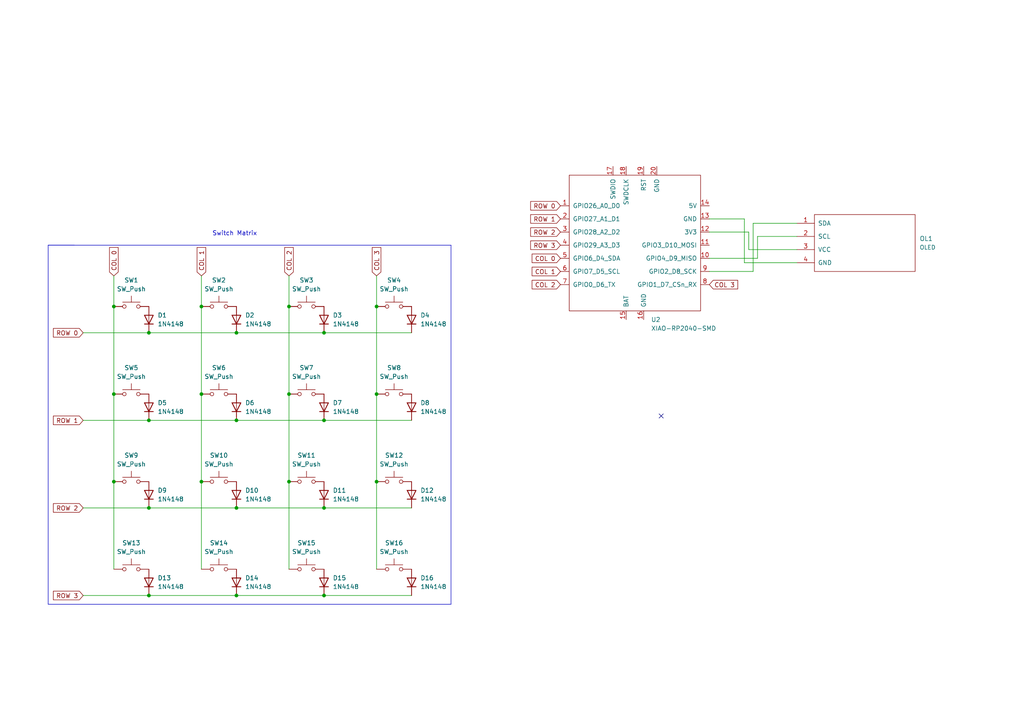
<source format=kicad_sch>
(kicad_sch (version 20250114) (generator "eeschema") (generator_version "9.0")
  (paper "A4")
  (lib_symbols
    (symbol "Diode:1N4148" (pin_numbers (hide yes)) (pin_names (hide yes))
      (property "Reference" "D" (at 0 2.54 0))
      (property "Value" "1N4148" (at 0 -2.54 0))
      (symbol "1N4148_0_1"
        (polyline (pts (xy -1.27 1.27) (xy -1.27 -1.27)) (stroke (width 0.254)))
        (polyline (pts (xy 1.27 1.27) (xy 1.27 -1.27) (xy -1.27 0) (xy 1.27 1.27)) (stroke (width 0.254)))
        (polyline (pts (xy 1.27 0) (xy -1.27 0)))
      )
      (symbol "1N4148_1_1"
        (pin passive line (at -3.81 0 0) (length 2.54) (name "K") (number "1"))
        (pin passive line (at 3.81 0 180) (length 2.54) (name "A") (number "2"))
      )
    )
    (symbol "OPL calc:XIAO-RP2040-SMD" (pin_names (offset 1.016))
      (property "Reference" "U" (at -18.542 23.114 0))
      (property "Value" "XIAO-RP2040-SMD" (at -8.382 21.336 0))
      (symbol "XIAO-RP2040-SMD_0_1"
        (rectangle (start 19.05 -19.05) (end -19.05 20.32))
      )
      (symbol "XIAO-RP2040-SMD_1_1"
        (pin passive line (at -21.59 11.43 0) (length 2.54) (name "GPIO26_A0_D0") (number "1"))
        (pin passive line (at -21.59 7.62 0) (length 2.54) (name "GPIO27_A1_D1") (number "2"))
        (pin passive line (at -21.59 3.81 0) (length 2.54) (name "GPIO28_A2_D2") (number "3"))
        (pin passive line (at -21.59 0 0) (length 2.54) (name "GPIO29_A3_D3") (number "4"))
        (pin passive line (at -21.59 -3.81 0) (length 2.54) (name "GPIO6_D4_SDA") (number "5"))
        (pin passive line (at -21.59 -7.62 0) (length 2.54) (name "GPIO7_D5_SCL") (number "6"))
        (pin passive line (at -21.59 -11.43 0) (length 2.54) (name "GPIO0_D6_TX") (number "7"))
        (pin passive line (at -6.35 22.86 270) (length 2.54) (name "SWDIO") (number "17"))
        (pin passive line (at -2.54 22.86 270) (length 2.54) (name "SWDCLK") (number "18"))
        (pin passive line (at -2.54 -21.59 90) (length 2.54) (name "BAT") (number "15"))
        (pin passive line (at 2.54 22.86 270) (length 2.54) (name "RST") (number "19"))
        (pin passive line (at 2.54 -21.59 90) (length 2.54) (name "GND") (number "16"))
        (pin passive line (at 6.35 22.86 270) (length 2.54) (name "GND") (number "20"))
        (pin passive line (at 21.59 11.43 180) (length 2.54) (name "5V") (number "14"))
        (pin passive line (at 21.59 7.62 180) (length 2.54) (name "GND") (number "13"))
        (pin passive line (at 21.59 3.81 180) (length 2.54) (name "3V3") (number "12"))
        (pin passive line (at 21.59 0 180) (length 2.54) (name "GPIO3_D10_MOSI") (number "11"))
        (pin passive line (at 21.59 -3.81 180) (length 2.54) (name "GPIO4_D9_MISO") (number "10"))
        (pin passive line (at 21.59 -7.62 180) (length 2.54) (name "GPIO2_D8_SCK") (number "9"))
        (pin passive line (at 21.59 -11.43 180) (length 2.54) (name "GPIO1_D7_CSn_RX") (number "8"))
      )
    )
    (symbol "Switch:SW_Push" (pin_numbers (hide yes)) (pin_names (offset 1.016) (hide yes))
      (property "Reference" "SW" (at 1.27 2.54 0))
      (property "Value" "SW_Push" (at 0 -1.524 0))
      (symbol "SW_Push_0_1"
        (circle (center -2.032 0) (radius 0.508))
        (polyline (pts (xy 0 1.27) (xy 0 3.048)))
        (circle (center 2.032 0) (radius 0.508))
        (polyline (pts (xy 2.54 1.27) (xy -2.54 1.27)))
        (pin passive line (at -5.08 0 0) (length 2.54) (name "1") (number "1"))
        (pin passive line (at 5.08 0 180) (length 2.54) (name "2") (number "2"))
      )
    )
    (symbol "hbjkg:OLED" (pin_names (offset 1.016))
      (property "Reference" "OL" (at 0 2.54 0))
      (property "Value" "OLED" (at 0 -1.27 0))
      (symbol "OLED_0_1"
        (rectangle (start -13.97 8.89) (end 15.24 -7.62))
      )
      (symbol "OLED_1_1"
        (pin bidirectional line (at -19.05 6.35 0) (length 5.08) (name "SDA") (number "1"))
        (pin bidirectional line (at -19.05 2.54 0) (length 5.08) (name "SCL") (number "2"))
        (pin power_in line (at -19.05 -1.27 0) (length 5.08) (name "VCC") (number "3"))
        (pin power_in line (at -19.05 -5.08 0) (length 5.08) (name "GND") (number "4"))
      )
    )
  )
  (text "Switch Matrix" (at 68.072 67.818 0) (effects (font (size 1.27 1.27))))
  (junction (at 58.42 139.7))
  (junction (at 43.18 96.52))
  (junction (at 93.98 172.72))
  (junction (at 43.18 121.92))
  (junction (at 83.82 114.3))
  (junction (at 33.02 139.7))
  (junction (at 43.18 147.32))
  (junction (at 83.82 139.7))
  (junction (at 109.22 139.7))
  (junction (at 68.58 147.32))
  (junction (at 109.22 88.9))
  (junction (at 68.58 172.72))
  (junction (at 58.42 88.9))
  (junction (at 58.42 114.3))
  (junction (at 68.58 96.52))
  (junction (at 83.82 88.9))
  (junction (at 93.98 121.92))
  (junction (at 68.58 121.92))
  (junction (at 33.02 88.9))
  (junction (at 93.98 96.52))
  (junction (at 93.98 147.32))
  (junction (at 43.18 172.72))
  (junction (at 109.22 114.3))
  (junction (at 33.02 114.3))
  (no_connect (at 191.77 120.65))
  (polyline (pts (xy 13.97 71.12) (xy 21.59 71.12)))
  (wire (pts (xy 231.14 68.58) (xy 219.71 68.58)))
  (wire (pts (xy 215.9 76.2) (xy 215.9 63.5)))
  (wire (pts (xy 93.98 121.92) (xy 119.38 121.92)))
  (wire (pts (xy 109.22 88.9) (xy 109.22 114.3)))
  (polyline (pts (xy 130.81 175.26) (xy 13.97 175.26)))
  (wire (pts (xy 68.58 172.72) (xy 93.98 172.72)))
  (wire (pts (xy 24.13 121.92) (xy 43.18 121.92)))
  (wire (pts (xy 109.22 80.01) (xy 109.22 88.9)))
  (wire (pts (xy 83.82 88.9) (xy 83.82 114.3)))
  (wire (pts (xy 58.42 114.3) (xy 58.42 139.7)))
  (wire (pts (xy 93.98 147.32) (xy 119.38 147.32)))
  (wire (pts (xy 68.58 96.52) (xy 93.98 96.52)))
  (wire (pts (xy 215.9 63.5) (xy 205.74 63.5)))
  (wire (pts (xy 33.02 139.7) (xy 33.02 165.1)))
  (wire (pts (xy 43.18 121.92) (xy 68.58 121.92)))
  (wire (pts (xy 219.71 68.58) (xy 219.71 74.93)))
  (wire (pts (xy 24.13 172.72) (xy 43.18 172.72)))
  (wire (pts (xy 218.44 78.74) (xy 218.44 64.77)))
  (wire (pts (xy 68.58 147.32) (xy 93.98 147.32)))
  (wire (pts (xy 109.22 139.7) (xy 109.22 165.1)))
  (wire (pts (xy 33.02 114.3) (xy 33.02 139.7)))
  (polyline (pts (xy 130.81 71.12) (xy 130.81 175.26)))
  (wire (pts (xy 231.14 72.39) (xy 217.17 72.39)))
  (wire (pts (xy 43.18 172.72) (xy 68.58 172.72)))
  (wire (pts (xy 58.42 139.7) (xy 58.42 165.1)))
  (wire (pts (xy 58.42 80.01) (xy 58.42 88.9)))
  (wire (pts (xy 219.71 74.93) (xy 205.74 74.93)))
  (polyline (pts (xy 13.97 71.12) (xy 130.81 71.12)))
  (wire (pts (xy 43.18 147.32) (xy 68.58 147.32)))
  (wire (pts (xy 217.17 72.39) (xy 217.17 67.31)))
  (wire (pts (xy 205.74 78.74) (xy 218.44 78.74)))
  (wire (pts (xy 33.02 88.9) (xy 33.02 114.3)))
  (wire (pts (xy 83.82 114.3) (xy 83.82 139.7)))
  (wire (pts (xy 68.58 121.92) (xy 93.98 121.92)))
  (wire (pts (xy 33.02 80.01) (xy 33.02 88.9)))
  (polyline (pts (xy 13.97 175.26) (xy 13.97 71.12)))
  (wire (pts (xy 93.98 96.52) (xy 119.38 96.52)))
  (wire (pts (xy 93.98 172.72) (xy 119.38 172.72)))
  (wire (pts (xy 24.13 147.32) (xy 43.18 147.32)))
  (wire (pts (xy 217.17 67.31) (xy 205.74 67.31)))
  (wire (pts (xy 58.42 88.9) (xy 58.42 114.3)))
  (wire (pts (xy 43.18 96.52) (xy 68.58 96.52)))
  (wire (pts (xy 83.82 139.7) (xy 83.82 165.1)))
  (wire (pts (xy 109.22 114.3) (xy 109.22 139.7)))
  (wire (pts (xy 24.13 96.52) (xy 43.18 96.52)))
  (wire (pts (xy 83.82 80.01) (xy 83.82 88.9)))
  (wire (pts (xy 231.14 76.2) (xy 215.9 76.2)))
  (wire (pts (xy 218.44 64.77) (xy 231.14 64.77)))
  (global_label "ROW 1" (shape input) (at 24.13 121.92 180) (property "Intersheetrefs" "${INTERSHEET_REFS}" (effects (hide yes))))
  (global_label "COL 2" (shape input) (at 83.82 80.01 90) (property "Intersheetrefs" "${INTERSHEET_REFS}" (effects (hide yes))))
  (global_label "ROW 0" (shape input) (at 162.56 59.69 180) (property "Intersheetrefs" "${INTERSHEET_REFS}" (effects (hide yes))))
  (global_label "ROW 1" (shape input) (at 162.56 63.5 180) (property "Intersheetrefs" "${INTERSHEET_REFS}" (effects (hide yes))))
  (global_label "COL 3" (shape input) (at 205.74 82.55 0) (property "Intersheetrefs" "${INTERSHEET_REFS}" (effects (hide yes))))
  (global_label "COL 1" (shape input) (at 58.42 80.01 90) (property "Intersheetrefs" "${INTERSHEET_REFS}" (effects (hide yes))))
  (global_label "COL 3" (shape input) (at 109.22 80.01 90) (property "Intersheetrefs" "${INTERSHEET_REFS}" (effects (hide yes))))
  (global_label "COL 2" (shape input) (at 162.56 82.55 180) (property "Intersheetrefs" "${INTERSHEET_REFS}" (effects (hide yes))))
  (global_label "ROW 3" (shape input) (at 24.13 172.72 180) (property "Intersheetrefs" "${INTERSHEET_REFS}" (effects (hide yes))))
  (global_label "ROW 2" (shape input) (at 162.56 67.31 180) (property "Intersheetrefs" "${INTERSHEET_REFS}" (effects (hide yes))))
  (global_label "ROW 0" (shape input) (at 24.13 96.52 180) (property "Intersheetrefs" "${INTERSHEET_REFS}" (effects (hide yes))))
  (global_label "ROW 2" (shape input) (at 24.13 147.32 180) (property "Intersheetrefs" "${INTERSHEET_REFS}" (effects (hide yes))))
  (global_label "COL 1" (shape input) (at 162.56 78.74 180) (property "Intersheetrefs" "${INTERSHEET_REFS}" (effects (hide yes))))
  (global_label "COL 0" (shape input) (at 33.02 80.01 90) (property "Intersheetrefs" "${INTERSHEET_REFS}" (effects (hide yes))))
  (global_label "ROW 3" (shape input) (at 162.56 71.12 180) (property "Intersheetrefs" "${INTERSHEET_REFS}" (effects (hide yes))))
  (global_label "COL 0" (shape input) (at 162.56 74.93 180) (property "Intersheetrefs" "${INTERSHEET_REFS}" (effects (hide yes))))
  (symbol (lib_id "Diode:1N4148") (at 43.18 92.71 90) (unit 1)
    (property "Reference" "D1" (at 45.72 91.4399 90) (effects (justify right)))
    (property "Value" "1N4148" (at 45.72 93.9799 90) (effects (justify right)))
    (property "Footprint" "Diode_THT:D_DO-35_SOD27_P7.62mm_Horizontal" (effects (hide yes)))
    (property "Datasheet" "https://assets.nexperia.com/documents/data-sheet/1N4148_1N4448.pdf" (effects (hide yes)))
    (property "Description" "100V 0.15A standard switching diode, DO-35" (effects (hide yes)))
    (property "Sim.Device" "D" (effects (hide yes)))
    (property "Sim.Pins" "1=K 2=A" (effects (hide yes)))
  )
  (symbol (lib_id "Diode:1N4148") (at 93.98 118.11 90) (unit 1)
    (property "Reference" "D7" (at 96.52 116.8399 90) (effects (justify right)))
    (property "Value" "1N4148" (at 96.52 119.3799 90) (effects (justify right)))
    (property "Footprint" "Diode_THT:D_DO-35_SOD27_P7.62mm_Horizontal" (effects (hide yes)))
    (property "Datasheet" "https://assets.nexperia.com/documents/data-sheet/1N4148_1N4448.pdf" (effects (hide yes)))
    (property "Description" "100V 0.15A standard switching diode, DO-35" (effects (hide yes)))
    (property "Sim.Device" "D" (effects (hide yes)))
    (property "Sim.Pins" "1=K 2=A" (effects (hide yes)))
  )
  (symbol (lib_id "Switch:SW_Push") (at 114.3 165.1 0) (unit 1)
    (property "Reference" "SW16" (at 114.3 157.48 0))
    (property "Value" "SW_Push" (at 114.3 160.02 0))
    (property "Footprint" "Button_Switch_Keyboard:SW_Cherry_MX_1.00u_PCB" (effects (hide yes)))
    (property "Description" "Push button switch, generic, two pins" (effects (hide yes)))
  )
  (symbol (lib_id "Switch:SW_Push") (at 38.1 114.3 0) (unit 1)
    (property "Reference" "SW5" (at 38.1 106.68 0))
    (property "Value" "SW_Push" (at 38.1 109.22 0))
    (property "Footprint" "Button_Switch_Keyboard:SW_Cherry_MX_1.00u_PCB" (effects (hide yes)))
    (property "Description" "Push button switch, generic, two pins" (effects (hide yes)))
  )
  (symbol (lib_id "Switch:SW_Push") (at 63.5 114.3 0) (unit 1)
    (property "Reference" "SW6" (at 63.5 106.68 0))
    (property "Value" "SW_Push" (at 63.5 109.22 0))
    (property "Footprint" "Button_Switch_Keyboard:SW_Cherry_MX_1.00u_PCB" (effects (hide yes)))
    (property "Description" "Push button switch, generic, two pins" (effects (hide yes)))
  )
  (symbol (lib_id "Diode:1N4148") (at 68.58 143.51 90) (unit 1)
    (property "Reference" "D10" (at 71.12 142.2399 90) (effects (justify right)))
    (property "Value" "1N4148" (at 71.12 144.7799 90) (effects (justify right)))
    (property "Footprint" "Diode_THT:D_DO-35_SOD27_P7.62mm_Horizontal" (effects (hide yes)))
    (property "Datasheet" "https://assets.nexperia.com/documents/data-sheet/1N4148_1N4448.pdf" (effects (hide yes)))
    (property "Description" "100V 0.15A standard switching diode, DO-35" (effects (hide yes)))
    (property "Sim.Device" "D" (effects (hide yes)))
    (property "Sim.Pins" "1=K 2=A" (effects (hide yes)))
  )
  (symbol (lib_id "Diode:1N4148") (at 43.18 168.91 90) (unit 1)
    (property "Reference" "D13" (at 45.72 167.6399 90) (effects (justify right)))
    (property "Value" "1N4148" (at 45.72 170.1799 90) (effects (justify right)))
    (property "Footprint" "Diode_THT:D_DO-35_SOD27_P7.62mm_Horizontal" (effects (hide yes)))
    (property "Datasheet" "https://assets.nexperia.com/documents/data-sheet/1N4148_1N4448.pdf" (effects (hide yes)))
    (property "Description" "100V 0.15A standard switching diode, DO-35" (effects (hide yes)))
    (property "Sim.Device" "D" (effects (hide yes)))
    (property "Sim.Pins" "1=K 2=A" (effects (hide yes)))
  )
  (symbol (lib_id "Switch:SW_Push") (at 114.3 88.9 0) (unit 1)
    (property "Reference" "SW4" (at 114.3 81.28 0))
    (property "Value" "SW_Push" (at 114.3 83.82 0))
    (property "Footprint" "Button_Switch_Keyboard:SW_Cherry_MX_1.00u_PCB" (effects (hide yes)))
    (property "Description" "Push button switch, generic, two pins" (effects (hide yes)))
  )
  (symbol (lib_id "Switch:SW_Push") (at 38.1 165.1 0) (unit 1)
    (property "Reference" "SW13" (at 38.1 157.48 0))
    (property "Value" "SW_Push" (at 38.1 160.02 0))
    (property "Footprint" "Button_Switch_Keyboard:SW_Cherry_MX_1.00u_PCB" (effects (hide yes)))
    (property "Description" "Push button switch, generic, two pins" (effects (hide yes)))
  )
  (symbol (lib_id "Switch:SW_Push") (at 38.1 139.7 0) (unit 1)
    (property "Reference" "SW9" (at 38.1 132.08 0))
    (property "Value" "SW_Push" (at 38.1 134.62 0))
    (property "Footprint" "Button_Switch_Keyboard:SW_Cherry_MX_1.00u_PCB" (effects (hide yes)))
    (property "Description" "Push button switch, generic, two pins" (effects (hide yes)))
  )
  (symbol (lib_id "Diode:1N4148") (at 93.98 92.71 90) (unit 1)
    (property "Reference" "D3" (at 96.52 91.4399 90) (effects (justify right)))
    (property "Value" "1N4148" (at 96.52 93.9799 90) (effects (justify right)))
    (property "Footprint" "Diode_THT:D_DO-35_SOD27_P7.62mm_Horizontal" (effects (hide yes)))
    (property "Datasheet" "https://assets.nexperia.com/documents/data-sheet/1N4148_1N4448.pdf" (effects (hide yes)))
    (property "Description" "100V 0.15A standard switching diode, DO-35" (effects (hide yes)))
    (property "Sim.Device" "D" (effects (hide yes)))
    (property "Sim.Pins" "1=K 2=A" (effects (hide yes)))
  )
  (symbol (lib_id "Switch:SW_Push") (at 114.3 139.7 0) (unit 1)
    (property "Reference" "SW12" (at 114.3 132.08 0))
    (property "Value" "SW_Push" (at 114.3 134.62 0))
    (property "Footprint" "Button_Switch_Keyboard:SW_Cherry_MX_1.00u_PCB" (effects (hide yes)))
    (property "Description" "Push button switch, generic, two pins" (effects (hide yes)))
  )
  (symbol (lib_id "Switch:SW_Push") (at 63.5 88.9 0) (unit 1)
    (property "Reference" "SW2" (at 63.5 81.28 0))
    (property "Value" "SW_Push" (at 63.5 83.82 0))
    (property "Footprint" "Button_Switch_Keyboard:SW_Cherry_MX_1.00u_PCB" (effects (hide yes)))
    (property "Description" "Push button switch, generic, two pins" (effects (hide yes)))
  )
  (symbol (lib_id "Diode:1N4148") (at 119.38 143.51 90) (unit 1)
    (property "Reference" "D12" (at 121.92 142.2399 90) (effects (justify right)))
    (property "Value" "1N4148" (at 121.92 144.7799 90) (effects (justify right)))
    (property "Footprint" "Diode_THT:D_DO-35_SOD27_P7.62mm_Horizontal" (effects (hide yes)))
    (property "Datasheet" "https://assets.nexperia.com/documents/data-sheet/1N4148_1N4448.pdf" (effects (hide yes)))
    (property "Description" "100V 0.15A standard switching diode, DO-35" (effects (hide yes)))
    (property "Sim.Device" "D" (effects (hide yes)))
    (property "Sim.Pins" "1=K 2=A" (effects (hide yes)))
  )
  (symbol (lib_id "Switch:SW_Push") (at 63.5 165.1 0) (unit 1)
    (property "Reference" "SW14" (at 63.5 157.48 0))
    (property "Value" "SW_Push" (at 63.5 160.02 0))
    (property "Footprint" "Button_Switch_Keyboard:SW_Cherry_MX_1.00u_PCB" (effects (hide yes)))
    (property "Description" "Push button switch, generic, two pins" (effects (hide yes)))
  )
  (symbol (lib_id "Switch:SW_Push") (at 88.9 88.9 0) (unit 1)
    (property "Reference" "SW3" (at 88.9 81.28 0))
    (property "Value" "SW_Push" (at 88.9 83.82 0))
    (property "Footprint" "Button_Switch_Keyboard:SW_Cherry_MX_1.00u_PCB" (effects (hide yes)))
    (property "Description" "Push button switch, generic, two pins" (effects (hide yes)))
  )
  (symbol (lib_id "Diode:1N4148") (at 119.38 118.11 90) (unit 1)
    (property "Reference" "D8" (at 121.92 116.8399 90) (effects (justify right)))
    (property "Value" "1N4148" (at 121.92 119.3799 90) (effects (justify right)))
    (property "Footprint" "Diode_THT:D_DO-35_SOD27_P7.62mm_Horizontal" (effects (hide yes)))
    (property "Datasheet" "https://assets.nexperia.com/documents/data-sheet/1N4148_1N4448.pdf" (effects (hide yes)))
    (property "Description" "100V 0.15A standard switching diode, DO-35" (effects (hide yes)))
    (property "Sim.Device" "D" (effects (hide yes)))
    (property "Sim.Pins" "1=K 2=A" (effects (hide yes)))
  )
  (symbol (lib_id "Diode:1N4148") (at 93.98 143.51 90) (unit 1)
    (property "Reference" "D11" (at 96.52 142.2399 90) (effects (justify right)))
    (property "Value" "1N4148" (at 96.52 144.7799 90) (effects (justify right)))
    (property "Footprint" "Diode_THT:D_DO-35_SOD27_P7.62mm_Horizontal" (effects (hide yes)))
    (property "Datasheet" "https://assets.nexperia.com/documents/data-sheet/1N4148_1N4448.pdf" (effects (hide yes)))
    (property "Description" "100V 0.15A standard switching diode, DO-35" (effects (hide yes)))
    (property "Sim.Device" "D" (effects (hide yes)))
    (property "Sim.Pins" "1=K 2=A" (effects (hide yes)))
  )
  (symbol (lib_id "Switch:SW_Push") (at 114.3 114.3 0) (unit 1)
    (property "Reference" "SW8" (at 114.3 106.68 0))
    (property "Value" "SW_Push" (at 114.3 109.22 0))
    (property "Footprint" "Button_Switch_Keyboard:SW_Cherry_MX_1.00u_PCB" (effects (hide yes)))
    (property "Description" "Push button switch, generic, two pins" (effects (hide yes)))
  )
  (symbol (lib_id "Switch:SW_Push") (at 63.5 139.7 0) (unit 1)
    (property "Reference" "SW10" (at 63.5 132.08 0))
    (property "Value" "SW_Push" (at 63.5 134.62 0))
    (property "Footprint" "Button_Switch_Keyboard:SW_Cherry_MX_1.00u_PCB" (effects (hide yes)))
    (property "Description" "Push button switch, generic, two pins" (effects (hide yes)))
  )
  (symbol (lib_id "Switch:SW_Push") (at 88.9 139.7 0) (unit 1)
    (property "Reference" "SW11" (at 88.9 132.08 0))
    (property "Value" "SW_Push" (at 88.9 134.62 0))
    (property "Footprint" "Button_Switch_Keyboard:SW_Cherry_MX_1.00u_PCB" (effects (hide yes)))
    (property "Description" "Push button switch, generic, two pins" (effects (hide yes)))
  )
  (symbol (lib_id "Diode:1N4148") (at 68.58 168.91 90) (unit 1)
    (property "Reference" "D14" (at 71.12 167.6399 90) (effects (justify right)))
    (property "Value" "1N4148" (at 71.12 170.1799 90) (effects (justify right)))
    (property "Footprint" "Diode_THT:D_DO-35_SOD27_P7.62mm_Horizontal" (effects (hide yes)))
    (property "Datasheet" "https://assets.nexperia.com/documents/data-sheet/1N4148_1N4448.pdf" (effects (hide yes)))
    (property "Description" "100V 0.15A standard switching diode, DO-35" (effects (hide yes)))
    (property "Sim.Device" "D" (effects (hide yes)))
    (property "Sim.Pins" "1=K 2=A" (effects (hide yes)))
  )
  (symbol (lib_id "Diode:1N4148") (at 68.58 92.71 90) (unit 1)
    (property "Reference" "D2" (at 71.12 91.4399 90) (effects (justify right)))
    (property "Value" "1N4148" (at 71.12 93.9799 90) (effects (justify right)))
    (property "Footprint" "Diode_THT:D_DO-35_SOD27_P7.62mm_Horizontal" (effects (hide yes)))
    (property "Datasheet" "https://assets.nexperia.com/documents/data-sheet/1N4148_1N4448.pdf" (effects (hide yes)))
    (property "Description" "100V 0.15A standard switching diode, DO-35" (effects (hide yes)))
    (property "Sim.Device" "D" (effects (hide yes)))
    (property "Sim.Pins" "1=K 2=A" (effects (hide yes)))
  )
  (symbol (lib_id "Diode:1N4148") (at 43.18 143.51 90) (unit 1)
    (property "Reference" "D9" (at 45.72 142.2399 90) (effects (justify right)))
    (property "Value" "1N4148" (at 45.72 144.7799 90) (effects (justify right)))
    (property "Footprint" "Diode_THT:D_DO-35_SOD27_P7.62mm_Horizontal" (effects (hide yes)))
    (property "Datasheet" "https://assets.nexperia.com/documents/data-sheet/1N4148_1N4448.pdf" (effects (hide yes)))
    (property "Description" "100V 0.15A standard switching diode, DO-35" (effects (hide yes)))
    (property "Sim.Device" "D" (effects (hide yes)))
    (property "Sim.Pins" "1=K 2=A" (effects (hide yes)))
  )
  (symbol (lib_id "Diode:1N4148") (at 93.98 168.91 90) (unit 1)
    (property "Reference" "D15" (at 96.52 167.6399 90) (effects (justify right)))
    (property "Value" "1N4148" (at 96.52 170.1799 90) (effects (justify right)))
    (property "Footprint" "Diode_THT:D_DO-35_SOD27_P7.62mm_Horizontal" (effects (hide yes)))
    (property "Datasheet" "https://assets.nexperia.com/documents/data-sheet/1N4148_1N4448.pdf" (effects (hide yes)))
    (property "Description" "100V 0.15A standard switching diode, DO-35" (effects (hide yes)))
    (property "Sim.Device" "D" (effects (hide yes)))
    (property "Sim.Pins" "1=K 2=A" (effects (hide yes)))
  )
  (symbol (lib_id "Switch:SW_Push") (at 88.9 114.3 0) (unit 1)
    (property "Reference" "SW7" (at 88.9 106.68 0))
    (property "Value" "SW_Push" (at 88.9 109.22 0))
    (property "Footprint" "Button_Switch_Keyboard:SW_Cherry_MX_1.00u_PCB" (effects (hide yes)))
    (property "Description" "Push button switch, generic, two pins" (effects (hide yes)))
  )
  (symbol (lib_id "Switch:SW_Push") (at 38.1 88.9 0) (unit 1)
    (property "Reference" "SW1" (at 38.1 81.28 0))
    (property "Value" "SW_Push" (at 38.1 83.82 0))
    (property "Footprint" "Button_Switch_Keyboard:SW_Cherry_MX_1.00u_PCB" (effects (hide yes)))
    (property "Description" "Push button switch, generic, two pins" (effects (hide yes)))
  )
  (symbol (lib_id "OPL calc:XIAO-RP2040-SMD") (at 184.15 71.12 0) (unit 1)
    (property "Reference" "U2" (at 188.8333 92.71 0) (effects (justify left)))
    (property "Value" "XIAO-RP2040-SMD" (at 188.8333 95.25 0) (effects (justify left)))
    (property "Footprint" "OPL calc:XIAO-RP2040-SMD" (effects (hide yes)))
  )
  (symbol (lib_id "Diode:1N4148") (at 43.18 118.11 90) (unit 1)
    (property "Reference" "D5" (at 45.72 116.8399 90) (effects (justify right)))
    (property "Value" "1N4148" (at 45.72 119.3799 90) (effects (justify right)))
    (property "Footprint" "Diode_THT:D_DO-35_SOD27_P7.62mm_Horizontal" (effects (hide yes)))
    (property "Datasheet" "https://assets.nexperia.com/documents/data-sheet/1N4148_1N4448.pdf" (effects (hide yes)))
    (property "Description" "100V 0.15A standard switching diode, DO-35" (effects (hide yes)))
    (property "Sim.Device" "D" (effects (hide yes)))
    (property "Sim.Pins" "1=K 2=A" (effects (hide yes)))
  )
  (symbol (lib_id "hbjkg:OLED") (at 250.19 71.12 0) (unit 1)
    (property "Reference" "OL1" (at 266.7 69.215 0) (effects (font (size 1.2954 1.2954)) (justify left)))
    (property "Value" "OLED" (at 266.7 71.755 0) (effects (font (size 1.1938 1.1938)) (justify left)))
    (property "Footprint" "Connector_PinHeader_2.54mm:PinHeader_1x04_P2.54mm_Vertical" (effects (hide yes)))
  )
  (symbol (lib_id "Switch:SW_Push") (at 88.9 165.1 0) (unit 1)
    (property "Reference" "SW15" (at 88.9 157.48 0))
    (property "Value" "SW_Push" (at 88.9 160.02 0))
    (property "Footprint" "Button_Switch_Keyboard:SW_Cherry_MX_1.00u_PCB" (effects (hide yes)))
    (property "Description" "Push button switch, generic, two pins" (effects (hide yes)))
  )
  (symbol (lib_id "Diode:1N4148") (at 119.38 168.91 90) (unit 1)
    (property "Reference" "D16" (at 121.92 167.6399 90) (effects (justify right)))
    (property "Value" "1N4148" (at 121.92 170.1799 90) (effects (justify right)))
    (property "Footprint" "Diode_THT:D_DO-35_SOD27_P7.62mm_Horizontal" (effects (hide yes)))
    (property "Datasheet" "https://assets.nexperia.com/documents/data-sheet/1N4148_1N4448.pdf" (effects (hide yes)))
    (property "Description" "100V 0.15A standard switching diode, DO-35" (effects (hide yes)))
    (property "Sim.Device" "D" (effects (hide yes)))
    (property "Sim.Pins" "1=K 2=A" (effects (hide yes)))
  )
  (symbol (lib_id "Diode:1N4148") (at 119.38 92.71 90) (unit 1)
    (property "Reference" "D4" (at 121.92 91.4399 90) (effects (justify right)))
    (property "Value" "1N4148" (at 121.92 93.9799 90) (effects (justify right)))
    (property "Footprint" "Diode_THT:D_DO-35_SOD27_P7.62mm_Horizontal" (effects (hide yes)))
    (property "Datasheet" "https://assets.nexperia.com/documents/data-sheet/1N4148_1N4448.pdf" (effects (hide yes)))
    (property "Description" "100V 0.15A standard switching diode, DO-35" (effects (hide yes)))
    (property "Sim.Device" "D" (effects (hide yes)))
    (property "Sim.Pins" "1=K 2=A" (effects (hide yes)))
  )
  (symbol (lib_id "Diode:1N4148") (at 68.58 118.11 90) (unit 1)
    (property "Reference" "D6" (at 71.12 116.8399 90) (effects (justify right)))
    (property "Value" "1N4148" (at 71.12 119.3799 90) (effects (justify right)))
    (property "Footprint" "Diode_THT:D_DO-35_SOD27_P7.62mm_Horizontal" (effects (hide yes)))
    (property "Datasheet" "https://assets.nexperia.com/documents/data-sheet/1N4148_1N4448.pdf" (effects (hide yes)))
    (property "Description" "100V 0.15A standard switching diode, DO-35" (effects (hide yes)))
    (property "Sim.Device" "D" (effects (hide yes)))
    (property "Sim.Pins" "1=K 2=A" (effects (hide yes)))
  )
)
</source>
